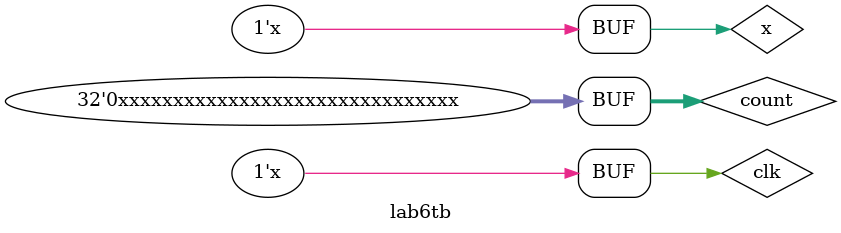
<source format=v>
`timescale 1ns/1ps

module lab6tb();

reg x,clk;
wire z,led;
integer count=109;
lab6 test(clk,x,z,led);
initial begin
x=1'b0;
clk=1'b0;
end

always begin
#20 clk=~clk;
#45 x=count&1;
count=count>>1;
#20 clk=~clk;
end

endmodule
</source>
